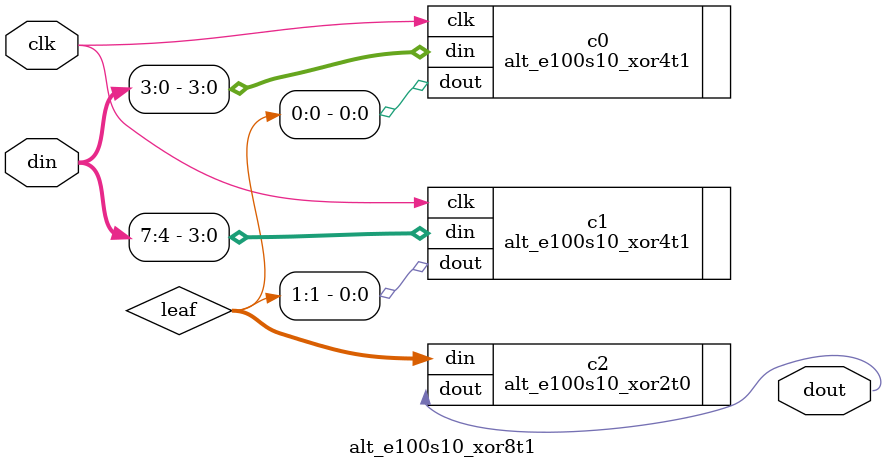
<source format=v>




`timescale 1ps/1ps

// DESCRIPTION
// 8 input XOR gate.  Latency 1.
// Generated by one of Gregg's toys.   Share And Enjoy.

module alt_e100s10_xor8t1 #(
    parameter SIM_EMULATE = 1'b0
) (
    input clk,
    input [7:0] din,
    output dout
);

wire [1:0] leaf;

alt_e100s10_xor4t1 c0 (
    .clk(clk),
    .din(din[3:0]),
    .dout(leaf[0])
);
defparam c0 .SIM_EMULATE = SIM_EMULATE;

alt_e100s10_xor4t1 c1 (
    .clk(clk),
    .din(din[7:4]),
    .dout(leaf[1])
);
defparam c1 .SIM_EMULATE = SIM_EMULATE;

alt_e100s10_xor2t0 c2 (
    .din(leaf),
    .dout(dout)
);
defparam c2 .SIM_EMULATE = SIM_EMULATE;

endmodule


</source>
